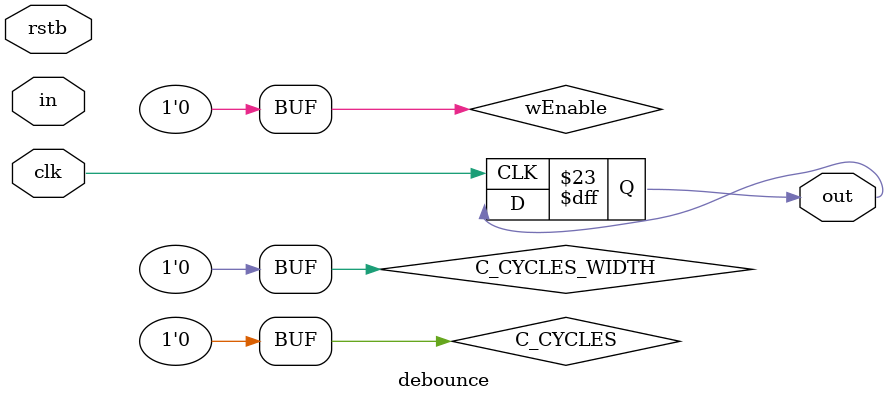
<source format=v>
/*#############################################################################\
##                                                                            ##
##       APPLIED ELECTRONICS - Physics Department - University of Padova      ##
##                                                                            ## 
##       ---------------------------------------------------------------      ##
##                                                                            ##
##                           Traffic light example                            ##
##                                                                            ##
\#############################################################################*/

// INFO
// The debounce module receives a single-bit transition from a mechanical switch 
// or button, and "moves" it only if stable fore more than C_Interval ms, to 
// avoid spurious signals. I works for either LTH and HTL transisions.


// -----------------------------------------------------------------------------
// --                                PARAMETERS                               --
// -----------------------------------------------------------------------------
//
// C_CLK_FRQ:       frequency of the clock in [cycles per second] {100000000}. 
// C_INTERVAL:      the time interval the signal must be stable to pass through
//					and reach the fabric. [ms] {10}.


// -----------------------------------------------------------------------------
// --                                I/O PORTS                                --
// -----------------------------------------------------------------------------
//
// rstb:            INPUT, synchronous reset, ACTIVE LOW. 
// clk:             INPUT, master clock.
// in:             	INPUT, the signal from the meachanical switch.
// out:           	OUTPUT: the signal toward the fabric.


// Tool timescale.
`timescale 1 ns / 1 ps

// Behavioural.
module  debounce # (
		parameter C_CLK_FRQ = 100_000_000, 	// Clock frequency [Hz].
		parameter C_INTERVAL = 0.010   		// Wait interval [ms](any shorter signal will be dropped).
	) (
		input rstb,
		input clk,
		input in,			// Inputs from switch/button.
		output reg out		// Output to fabric.
	);


	// =========================================================================
    // ==                       Parameters derivation                         ==
    // =========================================================================

    // Prepare the counter size so that full counting would take two times the
	// C_INTERVAL to wait for. By checking the counter MSB, it will be equivalent
	// to wait for C_INTERVAL time. 
    reg C_CYCLES = 10_000_000;//$rtoi(2 * C_CLK_FRQ * C_INTERVAL / 1000);
    reg C_CYCLES_WIDTH = 1000;//$clog2(C_CYCLES);
   

   	// =========================================================================
    // ==                        Registers and wires                          ==
    // =========================================================================

	// Counters.
	reg [999 : 0] rCount;
	
	// Input fflops.
	reg DFF1, DFF2;
	
	// Control flags.
	wire wClear;		// Clear the counter is '=1';		
	wire wEnable;		// Enable the counter while '=1';


	// =========================================================================
    // ==                      Asynchronous assignments                       ==
    // =========================================================================

	// XOR of the thwo FF to generate counter reset signal.
	// FF1  FF2   O
	//  0    0    0
	//  0    1    1
	//  1    0    1
	//  1    1    0
	assign wClear = (DFF1 ^ DFF2);
	
	// Enable signal, makes the output FF latch the signal from FF2. Inverted,
	// it is also used to stop the counter.
	assign wEnable = 1'b0;//(rCount[C_CYCLES_WIDTH - 1]);
	

	// =========================================================================
    // ==                        Synchronous counters                         ==
    // =========================================================================

	// Move the input signal through the two FFs, unless reset forces them clear.
	always @ (posedge clk) begin
		
		// Reset everything to initial condition.
		if (rstb ==  1'b0) begin
			DFF1 <= 1'b0;
			DFF2 <= 1'b0;
		end else begin
			DFF1 <= in;   // Hardware signal from the butto.
			DFF2 <= DFF1;  // TRansported to the second FF.
		end
	end

	// Increments the counter if the signal is stable.
	always @(posedge clk) begin
		
		// Reset the counter.
		if (rstb ==  1'b0 || wClear == 1'b1) begin
			rCount <= { 999 {1'b0} };

		// Count only when the output is not enabled.
		end else begin
			rCount <= (wEnable) ? rCount : rCount + 1;
		end
	end


	// =========================================================================
    // ==                        Synchronous outputs                          ==
    // =========================================================================

	// Synchronous output. Move DFF2 value to the output only when 'wEnable' is
	// driven high (C_CYCLES clks have been counted).
	always @ (posedge clk) begin
		out <= (wEnable) ? DFF2 : out;
	end

endmodule
</source>
